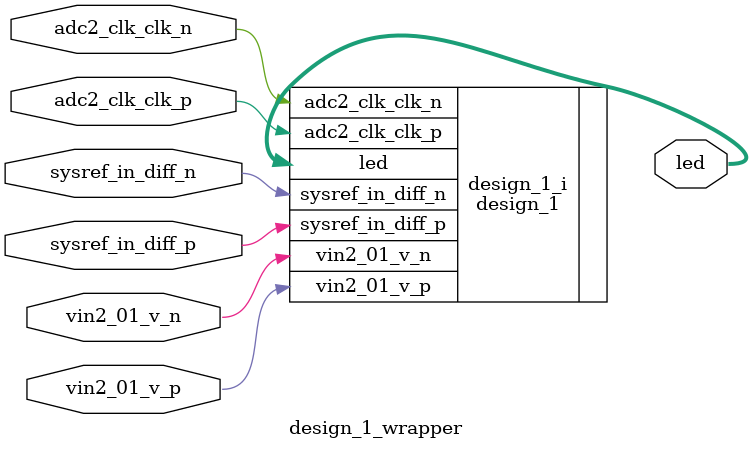
<source format=v>
`timescale 1 ps / 1 ps

module design_1_wrapper
   (adc2_clk_clk_n,
    adc2_clk_clk_p,
    led,
    sysref_in_diff_n,
    sysref_in_diff_p,
    vin2_01_v_n,
    vin2_01_v_p);
  input adc2_clk_clk_n;
  input adc2_clk_clk_p;
  output [3:0]led;
  input sysref_in_diff_n;
  input sysref_in_diff_p;
  input vin2_01_v_n;
  input vin2_01_v_p;

  wire adc2_clk_clk_n;
  wire adc2_clk_clk_p;
  wire [3:0]led;
  wire sysref_in_diff_n;
  wire sysref_in_diff_p;
  wire vin2_01_v_n;
  wire vin2_01_v_p;

  design_1 design_1_i
       (.adc2_clk_clk_n(adc2_clk_clk_n),
        .adc2_clk_clk_p(adc2_clk_clk_p),
        .led(led),
        .sysref_in_diff_n(sysref_in_diff_n),
        .sysref_in_diff_p(sysref_in_diff_p),
        .vin2_01_v_n(vin2_01_v_n),
        .vin2_01_v_p(vin2_01_v_p));
endmodule

</source>
